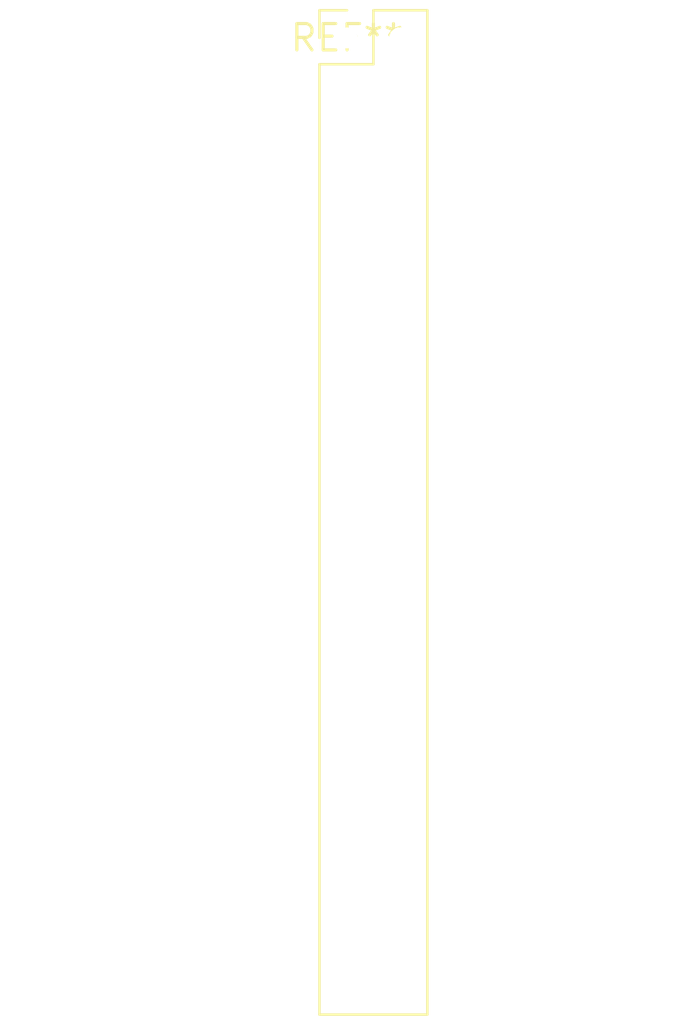
<source format=kicad_pcb>
(kicad_pcb (version 20240108) (generator pcbnew)
  (layers (0 "F.Cu" signal) (31 "B.Cu" signal) (34 "B.Paste" user) (35 "F.Paste" user) (36 "B.SilkS" user "B.Silkscreen") (37 "F.SilkS" user "F.Silkscreen") (38 "B.Mask" user) (39 "F.Mask" user) (44 "Edge.Cuts" user))
  (net 0 "")
  (footprint "PinHeader_2x19_P2.54mm_Vertical" (layer "F.Cu") (at 0 0)
    (property "Reference" "REF**")
    (property "Value" "PinHeader_2x19_P2.54mm_Vertical")
    (fp_line (start -1.33 -1.33) (end 0 -1.33) (layer "F.SilkS") (stroke (width 0.12)))
    (fp_line (start -1.33 0) (end -1.33 -1.33) (layer "F.SilkS") (stroke (width 0.12)))
    (fp_line (start -1.33 1.27) (end -1.33 47.05) (layer "F.SilkS") (stroke (width 0.12)))
    (fp_line (start -1.33 1.27) (end 1.27 1.27) (layer "F.SilkS") (stroke (width 0.12)))
    (fp_line (start -1.33 47.05) (end 3.87 47.05) (layer "F.SilkS") (stroke (width 0.12)))
    (fp_line (start 1.27 -1.33) (end 3.87 -1.33) (layer "F.SilkS") (stroke (width 0.12)))
    (fp_line (start 1.27 1.27) (end 1.27 -1.33) (layer "F.SilkS") (stroke (width 0.12)))
    (fp_line (start 3.87 -1.33) (end 3.87 47.05) (layer "F.SilkS") (stroke (width 0.12)))
    (pad "1" thru_hole rect (at 0 0) (size 1.7 1.7) (drill 1) (layers *.Cu *.Mask) (remove_unused_layers))
    (pad "2" thru_hole oval (at 2.54 0) (size 1.7 1.7) (drill 1) (layers *.Cu *.Mask) (remove_unused_layers))
    (pad "3" thru_hole oval (at 0 2.54) (size 1.7 1.7) (drill 1) (layers *.Cu *.Mask) (remove_unused_layers))
    (pad "4" thru_hole oval (at 2.54 2.54) (size 1.7 1.7) (drill 1) (layers *.Cu *.Mask) (remove_unused_layers))
    (pad "5" thru_hole oval (at 0 5.08) (size 1.7 1.7) (drill 1) (layers *.Cu *.Mask) (remove_unused_layers))
    (pad "6" thru_hole oval (at 2.54 5.08) (size 1.7 1.7) (drill 1) (layers *.Cu *.Mask) (remove_unused_layers))
    (pad "7" thru_hole oval (at 0 7.62) (size 1.7 1.7) (drill 1) (layers *.Cu *.Mask) (remove_unused_layers))
    (pad "8" thru_hole oval (at 2.54 7.62) (size 1.7 1.7) (drill 1) (layers *.Cu *.Mask) (remove_unused_layers))
    (pad "9" thru_hole oval (at 0 10.16) (size 1.7 1.7) (drill 1) (layers *.Cu *.Mask) (remove_unused_layers))
    (pad "10" thru_hole oval (at 2.54 10.16) (size 1.7 1.7) (drill 1) (layers *.Cu *.Mask) (remove_unused_layers))
    (pad "11" thru_hole oval (at 0 12.7) (size 1.7 1.7) (drill 1) (layers *.Cu *.Mask) (remove_unused_layers))
    (pad "12" thru_hole oval (at 2.54 12.7) (size 1.7 1.7) (drill 1) (layers *.Cu *.Mask) (remove_unused_layers))
    (pad "13" thru_hole oval (at 0 15.24) (size 1.7 1.7) (drill 1) (layers *.Cu *.Mask) (remove_unused_layers))
    (pad "14" thru_hole oval (at 2.54 15.24) (size 1.7 1.7) (drill 1) (layers *.Cu *.Mask) (remove_unused_layers))
    (pad "15" thru_hole oval (at 0 17.78) (size 1.7 1.7) (drill 1) (layers *.Cu *.Mask) (remove_unused_layers))
    (pad "16" thru_hole oval (at 2.54 17.78) (size 1.7 1.7) (drill 1) (layers *.Cu *.Mask) (remove_unused_layers))
    (pad "17" thru_hole oval (at 0 20.32) (size 1.7 1.7) (drill 1) (layers *.Cu *.Mask) (remove_unused_layers))
    (pad "18" thru_hole oval (at 2.54 20.32) (size 1.7 1.7) (drill 1) (layers *.Cu *.Mask) (remove_unused_layers))
    (pad "19" thru_hole oval (at 0 22.86) (size 1.7 1.7) (drill 1) (layers *.Cu *.Mask) (remove_unused_layers))
    (pad "20" thru_hole oval (at 2.54 22.86) (size 1.7 1.7) (drill 1) (layers *.Cu *.Mask) (remove_unused_layers))
    (pad "21" thru_hole oval (at 0 25.4) (size 1.7 1.7) (drill 1) (layers *.Cu *.Mask) (remove_unused_layers))
    (pad "22" thru_hole oval (at 2.54 25.4) (size 1.7 1.7) (drill 1) (layers *.Cu *.Mask) (remove_unused_layers))
    (pad "23" thru_hole oval (at 0 27.94) (size 1.7 1.7) (drill 1) (layers *.Cu *.Mask) (remove_unused_layers))
    (pad "24" thru_hole oval (at 2.54 27.94) (size 1.7 1.7) (drill 1) (layers *.Cu *.Mask) (remove_unused_layers))
    (pad "25" thru_hole oval (at 0 30.48) (size 1.7 1.7) (drill 1) (layers *.Cu *.Mask) (remove_unused_layers))
    (pad "26" thru_hole oval (at 2.54 30.48) (size 1.7 1.7) (drill 1) (layers *.Cu *.Mask) (remove_unused_layers))
    (pad "27" thru_hole oval (at 0 33.02) (size 1.7 1.7) (drill 1) (layers *.Cu *.Mask) (remove_unused_layers))
    (pad "28" thru_hole oval (at 2.54 33.02) (size 1.7 1.7) (drill 1) (layers *.Cu *.Mask) (remove_unused_layers))
    (pad "29" thru_hole oval (at 0 35.56) (size 1.7 1.7) (drill 1) (layers *.Cu *.Mask) (remove_unused_layers))
    (pad "30" thru_hole oval (at 2.54 35.56) (size 1.7 1.7) (drill 1) (layers *.Cu *.Mask) (remove_unused_layers))
    (pad "31" thru_hole oval (at 0 38.1) (size 1.7 1.7) (drill 1) (layers *.Cu *.Mask) (remove_unused_layers))
    (pad "32" thru_hole oval (at 2.54 38.1) (size 1.7 1.7) (drill 1) (layers *.Cu *.Mask) (remove_unused_layers))
    (pad "33" thru_hole oval (at 0 40.64) (size 1.7 1.7) (drill 1) (layers *.Cu *.Mask) (remove_unused_layers))
    (pad "34" thru_hole oval (at 2.54 40.64) (size 1.7 1.7) (drill 1) (layers *.Cu *.Mask) (remove_unused_layers))
    (pad "35" thru_hole oval (at 0 43.18) (size 1.7 1.7) (drill 1) (layers *.Cu *.Mask) (remove_unused_layers))
    (pad "36" thru_hole oval (at 2.54 43.18) (size 1.7 1.7) (drill 1) (layers *.Cu *.Mask) (remove_unused_layers))
    (pad "37" thru_hole oval (at 0 45.72) (size 1.7 1.7) (drill 1) (layers *.Cu *.Mask) (remove_unused_layers))
    (pad "38" thru_hole oval (at 2.54 45.72) (size 1.7 1.7) (drill 1) (layers *.Cu *.Mask) (remove_unused_layers))
  )
)
</source>
